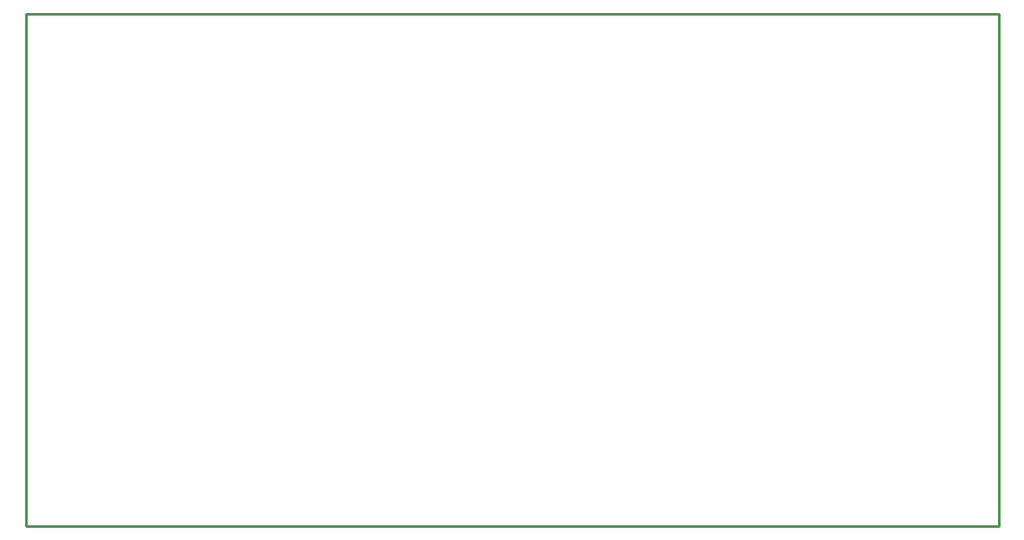
<source format=gko>
G04 Layer_Color=16711935*
%FSTAX24Y24*%
%MOIN*%
G70*
G01*
G75*
%ADD39C,0.0100*%
D39*
X009032Y027D02*
Y046685D01*
Y027D02*
X046433D01*
Y046685D01*
X009032D02*
X046433D01*
M02*

</source>
